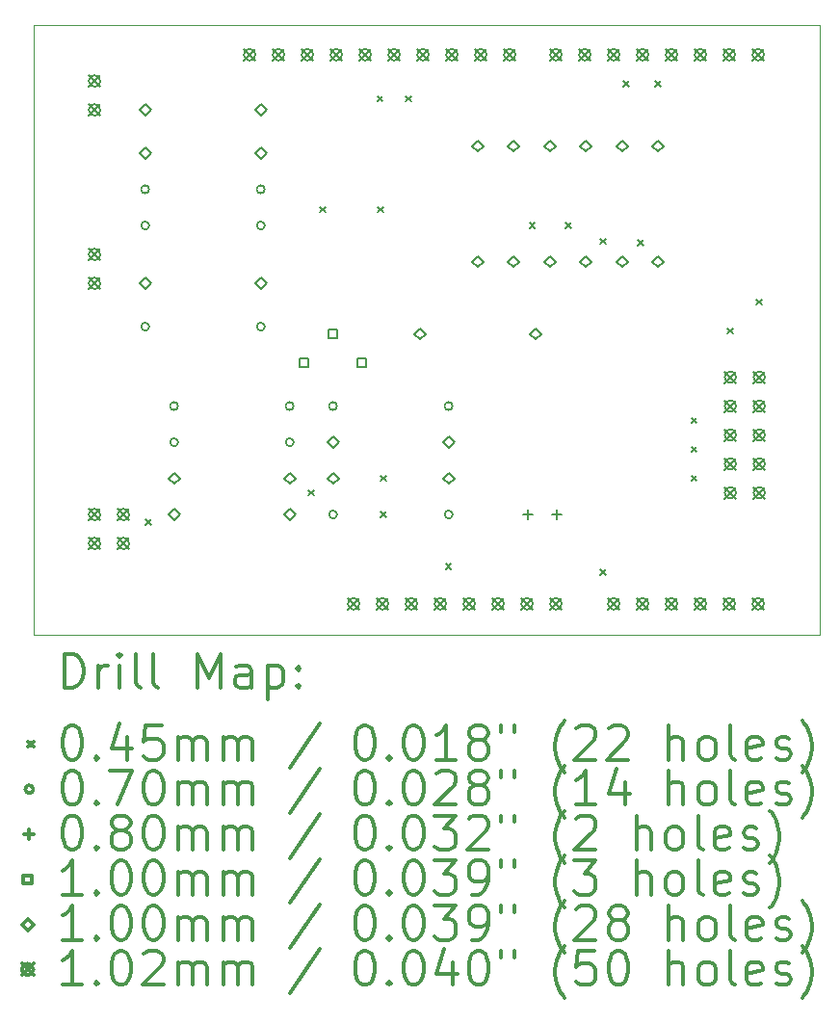
<source format=gbr>
%FSLAX45Y45*%
G04 Gerber Fmt 4.5, Leading zero omitted, Abs format (unit mm)*
G04 Created by KiCad (PCBNEW (after 2015-mar-04 BZR unknown)-product) date Fri 28 Oct 2016 11:36:10 AM CEST*
%MOMM*%
G01*
G04 APERTURE LIST*
%ADD10C,0.127000*%
%ADD11C,0.100000*%
%ADD12C,0.200000*%
%ADD13C,0.300000*%
G04 APERTURE END LIST*
D10*
D11*
X14833600Y-10515600D02*
X14833600Y-5156200D01*
X21742400Y-10515600D02*
X14833600Y-10515600D01*
X21742400Y-5156200D02*
X21742400Y-10515600D01*
X14833600Y-5156200D02*
X21742400Y-5156200D01*
D12*
X15816940Y-9507580D02*
X15861940Y-9552580D01*
X15861940Y-9507580D02*
X15816940Y-9552580D01*
X17249500Y-9248500D02*
X17294500Y-9293500D01*
X17294500Y-9248500D02*
X17249500Y-9293500D01*
X17351100Y-6759300D02*
X17396100Y-6804300D01*
X17396100Y-6759300D02*
X17351100Y-6804300D01*
X17851480Y-5786480D02*
X17896480Y-5831480D01*
X17896480Y-5786480D02*
X17851480Y-5831480D01*
X17859100Y-6759300D02*
X17904100Y-6804300D01*
X17904100Y-6759300D02*
X17859100Y-6804300D01*
X17884500Y-9121500D02*
X17929500Y-9166500D01*
X17929500Y-9121500D02*
X17884500Y-9166500D01*
X17884500Y-9439000D02*
X17929500Y-9484000D01*
X17929500Y-9439000D02*
X17884500Y-9484000D01*
X17884500Y-9439000D02*
X17929500Y-9484000D01*
X17929500Y-9439000D02*
X17884500Y-9484000D01*
X18102940Y-5786480D02*
X18147940Y-5831480D01*
X18147940Y-5786480D02*
X18102940Y-5831480D01*
X18456000Y-9896200D02*
X18501000Y-9941200D01*
X18501000Y-9896200D02*
X18456000Y-9941200D01*
X19192600Y-6899000D02*
X19237600Y-6944000D01*
X19237600Y-6899000D02*
X19192600Y-6944000D01*
X19510100Y-6899000D02*
X19555100Y-6944000D01*
X19555100Y-6899000D02*
X19510100Y-6944000D01*
X19814900Y-7038700D02*
X19859900Y-7083700D01*
X19859900Y-7038700D02*
X19814900Y-7083700D01*
X19814900Y-9947000D02*
X19859900Y-9992000D01*
X19859900Y-9947000D02*
X19814900Y-9992000D01*
X20018100Y-5654400D02*
X20063100Y-5699400D01*
X20063100Y-5654400D02*
X20018100Y-5699400D01*
X20145100Y-7051400D02*
X20190100Y-7096400D01*
X20190100Y-7051400D02*
X20145100Y-7096400D01*
X20297500Y-5654400D02*
X20342500Y-5699400D01*
X20342500Y-5654400D02*
X20297500Y-5699400D01*
X20615000Y-8613500D02*
X20660000Y-8658500D01*
X20660000Y-8613500D02*
X20615000Y-8658500D01*
X20615000Y-8867500D02*
X20660000Y-8912500D01*
X20660000Y-8867500D02*
X20615000Y-8912500D01*
X20615000Y-9121500D02*
X20660000Y-9166500D01*
X20660000Y-9121500D02*
X20615000Y-9166500D01*
X20932500Y-7826100D02*
X20977500Y-7871100D01*
X20977500Y-7826100D02*
X20932500Y-7871100D01*
X21186500Y-7572100D02*
X21231500Y-7617100D01*
X21231500Y-7572100D02*
X21186500Y-7617100D01*
X15846552Y-6604000D02*
G75*
G03X15846552Y-6604000I-35052J0D01*
G01*
X15846552Y-6921500D02*
G75*
G03X15846552Y-6921500I-35052J0D01*
G01*
X15846552Y-7810500D02*
G75*
G03X15846552Y-7810500I-35052J0D01*
G01*
X16100552Y-8509000D02*
G75*
G03X16100552Y-8509000I-35052J0D01*
G01*
X16100552Y-8826500D02*
G75*
G03X16100552Y-8826500I-35052J0D01*
G01*
X16862552Y-6604000D02*
G75*
G03X16862552Y-6604000I-35052J0D01*
G01*
X16862552Y-6921500D02*
G75*
G03X16862552Y-6921500I-35052J0D01*
G01*
X16862552Y-7810500D02*
G75*
G03X16862552Y-7810500I-35052J0D01*
G01*
X17116552Y-8509000D02*
G75*
G03X17116552Y-8509000I-35052J0D01*
G01*
X17116552Y-8826500D02*
G75*
G03X17116552Y-8826500I-35052J0D01*
G01*
X17497552Y-8509000D02*
G75*
G03X17497552Y-8509000I-35052J0D01*
G01*
X17497552Y-9461500D02*
G75*
G03X17497552Y-9461500I-35052J0D01*
G01*
X18513552Y-8509000D02*
G75*
G03X18513552Y-8509000I-35052J0D01*
G01*
X18513552Y-9461500D02*
G75*
G03X18513552Y-9461500I-35052J0D01*
G01*
X19177000Y-9421495D02*
X19177000Y-9501505D01*
X19136995Y-9461500D02*
X19217005Y-9461500D01*
X19431000Y-9421495D02*
X19431000Y-9501505D01*
X19390995Y-9461500D02*
X19471005Y-9461500D01*
X17243856Y-8163356D02*
X17243856Y-8092644D01*
X17173144Y-8092644D01*
X17173144Y-8163356D01*
X17243856Y-8163356D01*
X17497856Y-7909356D02*
X17497856Y-7838644D01*
X17427144Y-7838644D01*
X17427144Y-7909356D01*
X17497856Y-7909356D01*
X17751856Y-8163356D02*
X17751856Y-8092644D01*
X17681144Y-8092644D01*
X17681144Y-8163356D01*
X17751856Y-8163356D01*
X15811500Y-5955538D02*
X15861538Y-5905500D01*
X15811500Y-5855462D01*
X15761462Y-5905500D01*
X15811500Y-5955538D01*
X15811500Y-6336538D02*
X15861538Y-6286500D01*
X15811500Y-6236462D01*
X15761462Y-6286500D01*
X15811500Y-6336538D01*
X15811500Y-7479538D02*
X15861538Y-7429500D01*
X15811500Y-7379462D01*
X15761462Y-7429500D01*
X15811500Y-7479538D01*
X16065500Y-9194038D02*
X16115538Y-9144000D01*
X16065500Y-9093962D01*
X16015462Y-9144000D01*
X16065500Y-9194038D01*
X16065500Y-9511538D02*
X16115538Y-9461500D01*
X16065500Y-9411462D01*
X16015462Y-9461500D01*
X16065500Y-9511538D01*
X16827500Y-5955538D02*
X16877538Y-5905500D01*
X16827500Y-5855462D01*
X16777462Y-5905500D01*
X16827500Y-5955538D01*
X16827500Y-6336538D02*
X16877538Y-6286500D01*
X16827500Y-6236462D01*
X16777462Y-6286500D01*
X16827500Y-6336538D01*
X16827500Y-7479538D02*
X16877538Y-7429500D01*
X16827500Y-7379462D01*
X16777462Y-7429500D01*
X16827500Y-7479538D01*
X17081500Y-9194038D02*
X17131538Y-9144000D01*
X17081500Y-9093962D01*
X17031462Y-9144000D01*
X17081500Y-9194038D01*
X17081500Y-9511538D02*
X17131538Y-9461500D01*
X17081500Y-9411462D01*
X17031462Y-9461500D01*
X17081500Y-9511538D01*
X17462500Y-8876538D02*
X17512538Y-8826500D01*
X17462500Y-8776462D01*
X17412462Y-8826500D01*
X17462500Y-8876538D01*
X17462500Y-9194038D02*
X17512538Y-9144000D01*
X17462500Y-9093962D01*
X17412462Y-9144000D01*
X17462500Y-9194038D01*
X18224500Y-7924038D02*
X18274538Y-7874000D01*
X18224500Y-7823962D01*
X18174462Y-7874000D01*
X18224500Y-7924038D01*
X18478500Y-8876538D02*
X18528538Y-8826500D01*
X18478500Y-8776462D01*
X18428462Y-8826500D01*
X18478500Y-8876538D01*
X18478500Y-9194038D02*
X18528538Y-9144000D01*
X18478500Y-9093962D01*
X18428462Y-9144000D01*
X18478500Y-9194038D01*
X18732500Y-6273038D02*
X18782538Y-6223000D01*
X18732500Y-6172962D01*
X18682462Y-6223000D01*
X18732500Y-6273038D01*
X18732500Y-7289038D02*
X18782538Y-7239000D01*
X18732500Y-7188962D01*
X18682462Y-7239000D01*
X18732500Y-7289038D01*
X19050000Y-6273038D02*
X19100038Y-6223000D01*
X19050000Y-6172962D01*
X18999962Y-6223000D01*
X19050000Y-6273038D01*
X19050000Y-7289038D02*
X19100038Y-7239000D01*
X19050000Y-7188962D01*
X18999962Y-7239000D01*
X19050000Y-7289038D01*
X19240500Y-7924038D02*
X19290538Y-7874000D01*
X19240500Y-7823962D01*
X19190462Y-7874000D01*
X19240500Y-7924038D01*
X19367500Y-6273038D02*
X19417538Y-6223000D01*
X19367500Y-6172962D01*
X19317462Y-6223000D01*
X19367500Y-6273038D01*
X19367500Y-7289038D02*
X19417538Y-7239000D01*
X19367500Y-7188962D01*
X19317462Y-7239000D01*
X19367500Y-7289038D01*
X19685000Y-6273038D02*
X19735038Y-6223000D01*
X19685000Y-6172962D01*
X19634962Y-6223000D01*
X19685000Y-6273038D01*
X19685000Y-7289038D02*
X19735038Y-7239000D01*
X19685000Y-7188962D01*
X19634962Y-7239000D01*
X19685000Y-7289038D01*
X20002500Y-6273038D02*
X20052538Y-6223000D01*
X20002500Y-6172962D01*
X19952462Y-6223000D01*
X20002500Y-6273038D01*
X20002500Y-7289038D02*
X20052538Y-7239000D01*
X20002500Y-7188962D01*
X19952462Y-7239000D01*
X20002500Y-7289038D01*
X20320000Y-6273038D02*
X20370038Y-6223000D01*
X20320000Y-6172962D01*
X20269962Y-6223000D01*
X20320000Y-6273038D01*
X20320000Y-7289038D02*
X20370038Y-7239000D01*
X20320000Y-7188962D01*
X20269962Y-7239000D01*
X20320000Y-7289038D01*
X15316200Y-5600700D02*
X15417800Y-5702300D01*
X15417800Y-5600700D02*
X15316200Y-5702300D01*
X15417800Y-5651500D02*
G75*
G03X15417800Y-5651500I-50800J0D01*
G01*
X15316200Y-5854700D02*
X15417800Y-5956300D01*
X15417800Y-5854700D02*
X15316200Y-5956300D01*
X15417800Y-5905500D02*
G75*
G03X15417800Y-5905500I-50800J0D01*
G01*
X15316200Y-7124700D02*
X15417800Y-7226300D01*
X15417800Y-7124700D02*
X15316200Y-7226300D01*
X15417800Y-7175500D02*
G75*
G03X15417800Y-7175500I-50800J0D01*
G01*
X15316200Y-7378700D02*
X15417800Y-7480300D01*
X15417800Y-7378700D02*
X15316200Y-7480300D01*
X15417800Y-7429500D02*
G75*
G03X15417800Y-7429500I-50800J0D01*
G01*
X15316200Y-9410700D02*
X15417800Y-9512300D01*
X15417800Y-9410700D02*
X15316200Y-9512300D01*
X15417800Y-9461500D02*
G75*
G03X15417800Y-9461500I-50800J0D01*
G01*
X15316200Y-9664700D02*
X15417800Y-9766300D01*
X15417800Y-9664700D02*
X15316200Y-9766300D01*
X15417800Y-9715500D02*
G75*
G03X15417800Y-9715500I-50800J0D01*
G01*
X15570200Y-9410700D02*
X15671800Y-9512300D01*
X15671800Y-9410700D02*
X15570200Y-9512300D01*
X15671800Y-9461500D02*
G75*
G03X15671800Y-9461500I-50800J0D01*
G01*
X15570200Y-9664700D02*
X15671800Y-9766300D01*
X15671800Y-9664700D02*
X15570200Y-9766300D01*
X15671800Y-9715500D02*
G75*
G03X15671800Y-9715500I-50800J0D01*
G01*
X16678910Y-5369560D02*
X16780510Y-5471160D01*
X16780510Y-5369560D02*
X16678910Y-5471160D01*
X16780510Y-5420360D02*
G75*
G03X16780510Y-5420360I-50800J0D01*
G01*
X16932910Y-5369560D02*
X17034510Y-5471160D01*
X17034510Y-5369560D02*
X16932910Y-5471160D01*
X17034510Y-5420360D02*
G75*
G03X17034510Y-5420360I-50800J0D01*
G01*
X17186910Y-5369560D02*
X17288510Y-5471160D01*
X17288510Y-5369560D02*
X17186910Y-5471160D01*
X17288510Y-5420360D02*
G75*
G03X17288510Y-5420360I-50800J0D01*
G01*
X17440910Y-5369560D02*
X17542510Y-5471160D01*
X17542510Y-5369560D02*
X17440910Y-5471160D01*
X17542510Y-5420360D02*
G75*
G03X17542510Y-5420360I-50800J0D01*
G01*
X17593310Y-10195560D02*
X17694910Y-10297160D01*
X17694910Y-10195560D02*
X17593310Y-10297160D01*
X17694910Y-10246360D02*
G75*
G03X17694910Y-10246360I-50800J0D01*
G01*
X17694910Y-5369560D02*
X17796510Y-5471160D01*
X17796510Y-5369560D02*
X17694910Y-5471160D01*
X17796510Y-5420360D02*
G75*
G03X17796510Y-5420360I-50800J0D01*
G01*
X17847310Y-10195560D02*
X17948910Y-10297160D01*
X17948910Y-10195560D02*
X17847310Y-10297160D01*
X17948910Y-10246360D02*
G75*
G03X17948910Y-10246360I-50800J0D01*
G01*
X17948910Y-5369560D02*
X18050510Y-5471160D01*
X18050510Y-5369560D02*
X17948910Y-5471160D01*
X18050510Y-5420360D02*
G75*
G03X18050510Y-5420360I-50800J0D01*
G01*
X18101310Y-10195560D02*
X18202910Y-10297160D01*
X18202910Y-10195560D02*
X18101310Y-10297160D01*
X18202910Y-10246360D02*
G75*
G03X18202910Y-10246360I-50800J0D01*
G01*
X18202910Y-5369560D02*
X18304510Y-5471160D01*
X18304510Y-5369560D02*
X18202910Y-5471160D01*
X18304510Y-5420360D02*
G75*
G03X18304510Y-5420360I-50800J0D01*
G01*
X18355310Y-10195560D02*
X18456910Y-10297160D01*
X18456910Y-10195560D02*
X18355310Y-10297160D01*
X18456910Y-10246360D02*
G75*
G03X18456910Y-10246360I-50800J0D01*
G01*
X18456910Y-5369560D02*
X18558510Y-5471160D01*
X18558510Y-5369560D02*
X18456910Y-5471160D01*
X18558510Y-5420360D02*
G75*
G03X18558510Y-5420360I-50800J0D01*
G01*
X18609310Y-10195560D02*
X18710910Y-10297160D01*
X18710910Y-10195560D02*
X18609310Y-10297160D01*
X18710910Y-10246360D02*
G75*
G03X18710910Y-10246360I-50800J0D01*
G01*
X18710910Y-5369560D02*
X18812510Y-5471160D01*
X18812510Y-5369560D02*
X18710910Y-5471160D01*
X18812510Y-5420360D02*
G75*
G03X18812510Y-5420360I-50800J0D01*
G01*
X18863310Y-10195560D02*
X18964910Y-10297160D01*
X18964910Y-10195560D02*
X18863310Y-10297160D01*
X18964910Y-10246360D02*
G75*
G03X18964910Y-10246360I-50800J0D01*
G01*
X18964910Y-5369560D02*
X19066510Y-5471160D01*
X19066510Y-5369560D02*
X18964910Y-5471160D01*
X19066510Y-5420360D02*
G75*
G03X19066510Y-5420360I-50800J0D01*
G01*
X19117310Y-10195560D02*
X19218910Y-10297160D01*
X19218910Y-10195560D02*
X19117310Y-10297160D01*
X19218910Y-10246360D02*
G75*
G03X19218910Y-10246360I-50800J0D01*
G01*
X19371310Y-5369560D02*
X19472910Y-5471160D01*
X19472910Y-5369560D02*
X19371310Y-5471160D01*
X19472910Y-5420360D02*
G75*
G03X19472910Y-5420360I-50800J0D01*
G01*
X19371310Y-10195560D02*
X19472910Y-10297160D01*
X19472910Y-10195560D02*
X19371310Y-10297160D01*
X19472910Y-10246360D02*
G75*
G03X19472910Y-10246360I-50800J0D01*
G01*
X19625310Y-5369560D02*
X19726910Y-5471160D01*
X19726910Y-5369560D02*
X19625310Y-5471160D01*
X19726910Y-5420360D02*
G75*
G03X19726910Y-5420360I-50800J0D01*
G01*
X19879310Y-5369560D02*
X19980910Y-5471160D01*
X19980910Y-5369560D02*
X19879310Y-5471160D01*
X19980910Y-5420360D02*
G75*
G03X19980910Y-5420360I-50800J0D01*
G01*
X19879310Y-10195560D02*
X19980910Y-10297160D01*
X19980910Y-10195560D02*
X19879310Y-10297160D01*
X19980910Y-10246360D02*
G75*
G03X19980910Y-10246360I-50800J0D01*
G01*
X20133310Y-5369560D02*
X20234910Y-5471160D01*
X20234910Y-5369560D02*
X20133310Y-5471160D01*
X20234910Y-5420360D02*
G75*
G03X20234910Y-5420360I-50800J0D01*
G01*
X20133310Y-10195560D02*
X20234910Y-10297160D01*
X20234910Y-10195560D02*
X20133310Y-10297160D01*
X20234910Y-10246360D02*
G75*
G03X20234910Y-10246360I-50800J0D01*
G01*
X20387310Y-5369560D02*
X20488910Y-5471160D01*
X20488910Y-5369560D02*
X20387310Y-5471160D01*
X20488910Y-5420360D02*
G75*
G03X20488910Y-5420360I-50800J0D01*
G01*
X20387310Y-10195560D02*
X20488910Y-10297160D01*
X20488910Y-10195560D02*
X20387310Y-10297160D01*
X20488910Y-10246360D02*
G75*
G03X20488910Y-10246360I-50800J0D01*
G01*
X20641310Y-5369560D02*
X20742910Y-5471160D01*
X20742910Y-5369560D02*
X20641310Y-5471160D01*
X20742910Y-5420360D02*
G75*
G03X20742910Y-5420360I-50800J0D01*
G01*
X20641310Y-10195560D02*
X20742910Y-10297160D01*
X20742910Y-10195560D02*
X20641310Y-10297160D01*
X20742910Y-10246360D02*
G75*
G03X20742910Y-10246360I-50800J0D01*
G01*
X20895310Y-5369560D02*
X20996910Y-5471160D01*
X20996910Y-5369560D02*
X20895310Y-5471160D01*
X20996910Y-5420360D02*
G75*
G03X20996910Y-5420360I-50800J0D01*
G01*
X20895310Y-10195560D02*
X20996910Y-10297160D01*
X20996910Y-10195560D02*
X20895310Y-10297160D01*
X20996910Y-10246360D02*
G75*
G03X20996910Y-10246360I-50800J0D01*
G01*
X20904200Y-8204200D02*
X21005800Y-8305800D01*
X21005800Y-8204200D02*
X20904200Y-8305800D01*
X21005800Y-8255000D02*
G75*
G03X21005800Y-8255000I-50800J0D01*
G01*
X20904200Y-8458200D02*
X21005800Y-8559800D01*
X21005800Y-8458200D02*
X20904200Y-8559800D01*
X21005800Y-8509000D02*
G75*
G03X21005800Y-8509000I-50800J0D01*
G01*
X20904200Y-8712200D02*
X21005800Y-8813800D01*
X21005800Y-8712200D02*
X20904200Y-8813800D01*
X21005800Y-8763000D02*
G75*
G03X21005800Y-8763000I-50800J0D01*
G01*
X20904200Y-8966200D02*
X21005800Y-9067800D01*
X21005800Y-8966200D02*
X20904200Y-9067800D01*
X21005800Y-9017000D02*
G75*
G03X21005800Y-9017000I-50800J0D01*
G01*
X20904200Y-9220200D02*
X21005800Y-9321800D01*
X21005800Y-9220200D02*
X20904200Y-9321800D01*
X21005800Y-9271000D02*
G75*
G03X21005800Y-9271000I-50800J0D01*
G01*
X21149310Y-5369560D02*
X21250910Y-5471160D01*
X21250910Y-5369560D02*
X21149310Y-5471160D01*
X21250910Y-5420360D02*
G75*
G03X21250910Y-5420360I-50800J0D01*
G01*
X21149310Y-10195560D02*
X21250910Y-10297160D01*
X21250910Y-10195560D02*
X21149310Y-10297160D01*
X21250910Y-10246360D02*
G75*
G03X21250910Y-10246360I-50800J0D01*
G01*
X21158200Y-8204200D02*
X21259800Y-8305800D01*
X21259800Y-8204200D02*
X21158200Y-8305800D01*
X21259800Y-8255000D02*
G75*
G03X21259800Y-8255000I-50800J0D01*
G01*
X21158200Y-8458200D02*
X21259800Y-8559800D01*
X21259800Y-8458200D02*
X21158200Y-8559800D01*
X21259800Y-8509000D02*
G75*
G03X21259800Y-8509000I-50800J0D01*
G01*
X21158200Y-8712200D02*
X21259800Y-8813800D01*
X21259800Y-8712200D02*
X21158200Y-8813800D01*
X21259800Y-8763000D02*
G75*
G03X21259800Y-8763000I-50800J0D01*
G01*
X21158200Y-8966200D02*
X21259800Y-9067800D01*
X21259800Y-8966200D02*
X21158200Y-9067800D01*
X21259800Y-9017000D02*
G75*
G03X21259800Y-9017000I-50800J0D01*
G01*
X21158200Y-9220200D02*
X21259800Y-9321800D01*
X21259800Y-9220200D02*
X21158200Y-9321800D01*
X21259800Y-9271000D02*
G75*
G03X21259800Y-9271000I-50800J0D01*
G01*
D13*
X15100028Y-10986314D02*
X15100028Y-10686314D01*
X15171457Y-10686314D01*
X15214314Y-10700600D01*
X15242886Y-10729172D01*
X15257171Y-10757743D01*
X15271457Y-10814886D01*
X15271457Y-10857743D01*
X15257171Y-10914886D01*
X15242886Y-10943457D01*
X15214314Y-10972029D01*
X15171457Y-10986314D01*
X15100028Y-10986314D01*
X15400028Y-10986314D02*
X15400028Y-10786314D01*
X15400028Y-10843457D02*
X15414314Y-10814886D01*
X15428600Y-10800600D01*
X15457171Y-10786314D01*
X15485743Y-10786314D01*
X15585743Y-10986314D02*
X15585743Y-10786314D01*
X15585743Y-10686314D02*
X15571457Y-10700600D01*
X15585743Y-10714886D01*
X15600028Y-10700600D01*
X15585743Y-10686314D01*
X15585743Y-10714886D01*
X15771457Y-10986314D02*
X15742886Y-10972029D01*
X15728600Y-10943457D01*
X15728600Y-10686314D01*
X15928600Y-10986314D02*
X15900028Y-10972029D01*
X15885743Y-10943457D01*
X15885743Y-10686314D01*
X16271457Y-10986314D02*
X16271457Y-10686314D01*
X16371457Y-10900600D01*
X16471457Y-10686314D01*
X16471457Y-10986314D01*
X16742886Y-10986314D02*
X16742886Y-10829172D01*
X16728600Y-10800600D01*
X16700028Y-10786314D01*
X16642886Y-10786314D01*
X16614314Y-10800600D01*
X16742886Y-10972029D02*
X16714314Y-10986314D01*
X16642886Y-10986314D01*
X16614314Y-10972029D01*
X16600028Y-10943457D01*
X16600028Y-10914886D01*
X16614314Y-10886314D01*
X16642886Y-10872029D01*
X16714314Y-10872029D01*
X16742886Y-10857743D01*
X16885743Y-10786314D02*
X16885743Y-11086314D01*
X16885743Y-10800600D02*
X16914314Y-10786314D01*
X16971457Y-10786314D01*
X17000029Y-10800600D01*
X17014314Y-10814886D01*
X17028600Y-10843457D01*
X17028600Y-10929172D01*
X17014314Y-10957743D01*
X17000029Y-10972029D01*
X16971457Y-10986314D01*
X16914314Y-10986314D01*
X16885743Y-10972029D01*
X17157171Y-10957743D02*
X17171457Y-10972029D01*
X17157171Y-10986314D01*
X17142886Y-10972029D01*
X17157171Y-10957743D01*
X17157171Y-10986314D01*
X17157171Y-10800600D02*
X17171457Y-10814886D01*
X17157171Y-10829172D01*
X17142886Y-10814886D01*
X17157171Y-10800600D01*
X17157171Y-10829172D01*
X14783600Y-11458100D02*
X14828600Y-11503100D01*
X14828600Y-11458100D02*
X14783600Y-11503100D01*
X15157171Y-11316314D02*
X15185743Y-11316314D01*
X15214314Y-11330600D01*
X15228600Y-11344886D01*
X15242886Y-11373457D01*
X15257171Y-11430600D01*
X15257171Y-11502029D01*
X15242886Y-11559171D01*
X15228600Y-11587743D01*
X15214314Y-11602029D01*
X15185743Y-11616314D01*
X15157171Y-11616314D01*
X15128600Y-11602029D01*
X15114314Y-11587743D01*
X15100028Y-11559171D01*
X15085743Y-11502029D01*
X15085743Y-11430600D01*
X15100028Y-11373457D01*
X15114314Y-11344886D01*
X15128600Y-11330600D01*
X15157171Y-11316314D01*
X15385743Y-11587743D02*
X15400028Y-11602029D01*
X15385743Y-11616314D01*
X15371457Y-11602029D01*
X15385743Y-11587743D01*
X15385743Y-11616314D01*
X15657171Y-11416314D02*
X15657171Y-11616314D01*
X15585743Y-11302029D02*
X15514314Y-11516314D01*
X15700028Y-11516314D01*
X15957171Y-11316314D02*
X15814314Y-11316314D01*
X15800028Y-11459171D01*
X15814314Y-11444886D01*
X15842886Y-11430600D01*
X15914314Y-11430600D01*
X15942886Y-11444886D01*
X15957171Y-11459171D01*
X15971457Y-11487743D01*
X15971457Y-11559171D01*
X15957171Y-11587743D01*
X15942886Y-11602029D01*
X15914314Y-11616314D01*
X15842886Y-11616314D01*
X15814314Y-11602029D01*
X15800028Y-11587743D01*
X16100028Y-11616314D02*
X16100028Y-11416314D01*
X16100028Y-11444886D02*
X16114314Y-11430600D01*
X16142886Y-11416314D01*
X16185743Y-11416314D01*
X16214314Y-11430600D01*
X16228600Y-11459171D01*
X16228600Y-11616314D01*
X16228600Y-11459171D02*
X16242886Y-11430600D01*
X16271457Y-11416314D01*
X16314314Y-11416314D01*
X16342886Y-11430600D01*
X16357171Y-11459171D01*
X16357171Y-11616314D01*
X16500028Y-11616314D02*
X16500028Y-11416314D01*
X16500028Y-11444886D02*
X16514314Y-11430600D01*
X16542886Y-11416314D01*
X16585743Y-11416314D01*
X16614314Y-11430600D01*
X16628600Y-11459171D01*
X16628600Y-11616314D01*
X16628600Y-11459171D02*
X16642886Y-11430600D01*
X16671457Y-11416314D01*
X16714314Y-11416314D01*
X16742886Y-11430600D01*
X16757171Y-11459171D01*
X16757171Y-11616314D01*
X17342886Y-11302029D02*
X17085743Y-11687743D01*
X17728600Y-11316314D02*
X17757171Y-11316314D01*
X17785743Y-11330600D01*
X17800028Y-11344886D01*
X17814314Y-11373457D01*
X17828600Y-11430600D01*
X17828600Y-11502029D01*
X17814314Y-11559171D01*
X17800028Y-11587743D01*
X17785743Y-11602029D01*
X17757171Y-11616314D01*
X17728600Y-11616314D01*
X17700028Y-11602029D01*
X17685743Y-11587743D01*
X17671457Y-11559171D01*
X17657171Y-11502029D01*
X17657171Y-11430600D01*
X17671457Y-11373457D01*
X17685743Y-11344886D01*
X17700028Y-11330600D01*
X17728600Y-11316314D01*
X17957171Y-11587743D02*
X17971457Y-11602029D01*
X17957171Y-11616314D01*
X17942886Y-11602029D01*
X17957171Y-11587743D01*
X17957171Y-11616314D01*
X18157171Y-11316314D02*
X18185743Y-11316314D01*
X18214314Y-11330600D01*
X18228600Y-11344886D01*
X18242886Y-11373457D01*
X18257171Y-11430600D01*
X18257171Y-11502029D01*
X18242886Y-11559171D01*
X18228600Y-11587743D01*
X18214314Y-11602029D01*
X18185743Y-11616314D01*
X18157171Y-11616314D01*
X18128600Y-11602029D01*
X18114314Y-11587743D01*
X18100028Y-11559171D01*
X18085743Y-11502029D01*
X18085743Y-11430600D01*
X18100028Y-11373457D01*
X18114314Y-11344886D01*
X18128600Y-11330600D01*
X18157171Y-11316314D01*
X18542886Y-11616314D02*
X18371457Y-11616314D01*
X18457171Y-11616314D02*
X18457171Y-11316314D01*
X18428600Y-11359171D01*
X18400028Y-11387743D01*
X18371457Y-11402029D01*
X18714314Y-11444886D02*
X18685743Y-11430600D01*
X18671457Y-11416314D01*
X18657171Y-11387743D01*
X18657171Y-11373457D01*
X18671457Y-11344886D01*
X18685743Y-11330600D01*
X18714314Y-11316314D01*
X18771457Y-11316314D01*
X18800028Y-11330600D01*
X18814314Y-11344886D01*
X18828600Y-11373457D01*
X18828600Y-11387743D01*
X18814314Y-11416314D01*
X18800028Y-11430600D01*
X18771457Y-11444886D01*
X18714314Y-11444886D01*
X18685743Y-11459171D01*
X18671457Y-11473457D01*
X18657171Y-11502029D01*
X18657171Y-11559171D01*
X18671457Y-11587743D01*
X18685743Y-11602029D01*
X18714314Y-11616314D01*
X18771457Y-11616314D01*
X18800028Y-11602029D01*
X18814314Y-11587743D01*
X18828600Y-11559171D01*
X18828600Y-11502029D01*
X18814314Y-11473457D01*
X18800028Y-11459171D01*
X18771457Y-11444886D01*
X18942886Y-11316314D02*
X18942886Y-11373457D01*
X19057171Y-11316314D02*
X19057171Y-11373457D01*
X19500028Y-11730600D02*
X19485743Y-11716314D01*
X19457171Y-11673457D01*
X19442886Y-11644886D01*
X19428600Y-11602029D01*
X19414314Y-11530600D01*
X19414314Y-11473457D01*
X19428600Y-11402029D01*
X19442886Y-11359171D01*
X19457171Y-11330600D01*
X19485743Y-11287743D01*
X19500028Y-11273457D01*
X19600028Y-11344886D02*
X19614314Y-11330600D01*
X19642886Y-11316314D01*
X19714314Y-11316314D01*
X19742886Y-11330600D01*
X19757171Y-11344886D01*
X19771457Y-11373457D01*
X19771457Y-11402029D01*
X19757171Y-11444886D01*
X19585743Y-11616314D01*
X19771457Y-11616314D01*
X19885743Y-11344886D02*
X19900028Y-11330600D01*
X19928600Y-11316314D01*
X20000028Y-11316314D01*
X20028600Y-11330600D01*
X20042886Y-11344886D01*
X20057171Y-11373457D01*
X20057171Y-11402029D01*
X20042886Y-11444886D01*
X19871457Y-11616314D01*
X20057171Y-11616314D01*
X20414314Y-11616314D02*
X20414314Y-11316314D01*
X20542886Y-11616314D02*
X20542886Y-11459171D01*
X20528600Y-11430600D01*
X20500028Y-11416314D01*
X20457171Y-11416314D01*
X20428600Y-11430600D01*
X20414314Y-11444886D01*
X20728600Y-11616314D02*
X20700028Y-11602029D01*
X20685743Y-11587743D01*
X20671457Y-11559171D01*
X20671457Y-11473457D01*
X20685743Y-11444886D01*
X20700028Y-11430600D01*
X20728600Y-11416314D01*
X20771457Y-11416314D01*
X20800028Y-11430600D01*
X20814314Y-11444886D01*
X20828600Y-11473457D01*
X20828600Y-11559171D01*
X20814314Y-11587743D01*
X20800028Y-11602029D01*
X20771457Y-11616314D01*
X20728600Y-11616314D01*
X21000028Y-11616314D02*
X20971457Y-11602029D01*
X20957171Y-11573457D01*
X20957171Y-11316314D01*
X21228600Y-11602029D02*
X21200029Y-11616314D01*
X21142886Y-11616314D01*
X21114314Y-11602029D01*
X21100029Y-11573457D01*
X21100029Y-11459171D01*
X21114314Y-11430600D01*
X21142886Y-11416314D01*
X21200029Y-11416314D01*
X21228600Y-11430600D01*
X21242886Y-11459171D01*
X21242886Y-11487743D01*
X21100029Y-11516314D01*
X21357171Y-11602029D02*
X21385743Y-11616314D01*
X21442886Y-11616314D01*
X21471457Y-11602029D01*
X21485743Y-11573457D01*
X21485743Y-11559171D01*
X21471457Y-11530600D01*
X21442886Y-11516314D01*
X21400029Y-11516314D01*
X21371457Y-11502029D01*
X21357171Y-11473457D01*
X21357171Y-11459171D01*
X21371457Y-11430600D01*
X21400029Y-11416314D01*
X21442886Y-11416314D01*
X21471457Y-11430600D01*
X21585743Y-11730600D02*
X21600029Y-11716314D01*
X21628600Y-11673457D01*
X21642886Y-11644886D01*
X21657171Y-11602029D01*
X21671457Y-11530600D01*
X21671457Y-11473457D01*
X21657171Y-11402029D01*
X21642886Y-11359171D01*
X21628600Y-11330600D01*
X21600029Y-11287743D01*
X21585743Y-11273457D01*
X14828600Y-11876600D02*
G75*
G03X14828600Y-11876600I-35052J0D01*
G01*
X15157171Y-11712314D02*
X15185743Y-11712314D01*
X15214314Y-11726600D01*
X15228600Y-11740886D01*
X15242886Y-11769457D01*
X15257171Y-11826600D01*
X15257171Y-11898029D01*
X15242886Y-11955171D01*
X15228600Y-11983743D01*
X15214314Y-11998029D01*
X15185743Y-12012314D01*
X15157171Y-12012314D01*
X15128600Y-11998029D01*
X15114314Y-11983743D01*
X15100028Y-11955171D01*
X15085743Y-11898029D01*
X15085743Y-11826600D01*
X15100028Y-11769457D01*
X15114314Y-11740886D01*
X15128600Y-11726600D01*
X15157171Y-11712314D01*
X15385743Y-11983743D02*
X15400028Y-11998029D01*
X15385743Y-12012314D01*
X15371457Y-11998029D01*
X15385743Y-11983743D01*
X15385743Y-12012314D01*
X15500028Y-11712314D02*
X15700028Y-11712314D01*
X15571457Y-12012314D01*
X15871457Y-11712314D02*
X15900028Y-11712314D01*
X15928600Y-11726600D01*
X15942886Y-11740886D01*
X15957171Y-11769457D01*
X15971457Y-11826600D01*
X15971457Y-11898029D01*
X15957171Y-11955171D01*
X15942886Y-11983743D01*
X15928600Y-11998029D01*
X15900028Y-12012314D01*
X15871457Y-12012314D01*
X15842886Y-11998029D01*
X15828600Y-11983743D01*
X15814314Y-11955171D01*
X15800028Y-11898029D01*
X15800028Y-11826600D01*
X15814314Y-11769457D01*
X15828600Y-11740886D01*
X15842886Y-11726600D01*
X15871457Y-11712314D01*
X16100028Y-12012314D02*
X16100028Y-11812314D01*
X16100028Y-11840886D02*
X16114314Y-11826600D01*
X16142886Y-11812314D01*
X16185743Y-11812314D01*
X16214314Y-11826600D01*
X16228600Y-11855171D01*
X16228600Y-12012314D01*
X16228600Y-11855171D02*
X16242886Y-11826600D01*
X16271457Y-11812314D01*
X16314314Y-11812314D01*
X16342886Y-11826600D01*
X16357171Y-11855171D01*
X16357171Y-12012314D01*
X16500028Y-12012314D02*
X16500028Y-11812314D01*
X16500028Y-11840886D02*
X16514314Y-11826600D01*
X16542886Y-11812314D01*
X16585743Y-11812314D01*
X16614314Y-11826600D01*
X16628600Y-11855171D01*
X16628600Y-12012314D01*
X16628600Y-11855171D02*
X16642886Y-11826600D01*
X16671457Y-11812314D01*
X16714314Y-11812314D01*
X16742886Y-11826600D01*
X16757171Y-11855171D01*
X16757171Y-12012314D01*
X17342886Y-11698029D02*
X17085743Y-12083743D01*
X17728600Y-11712314D02*
X17757171Y-11712314D01*
X17785743Y-11726600D01*
X17800028Y-11740886D01*
X17814314Y-11769457D01*
X17828600Y-11826600D01*
X17828600Y-11898029D01*
X17814314Y-11955171D01*
X17800028Y-11983743D01*
X17785743Y-11998029D01*
X17757171Y-12012314D01*
X17728600Y-12012314D01*
X17700028Y-11998029D01*
X17685743Y-11983743D01*
X17671457Y-11955171D01*
X17657171Y-11898029D01*
X17657171Y-11826600D01*
X17671457Y-11769457D01*
X17685743Y-11740886D01*
X17700028Y-11726600D01*
X17728600Y-11712314D01*
X17957171Y-11983743D02*
X17971457Y-11998029D01*
X17957171Y-12012314D01*
X17942886Y-11998029D01*
X17957171Y-11983743D01*
X17957171Y-12012314D01*
X18157171Y-11712314D02*
X18185743Y-11712314D01*
X18214314Y-11726600D01*
X18228600Y-11740886D01*
X18242886Y-11769457D01*
X18257171Y-11826600D01*
X18257171Y-11898029D01*
X18242886Y-11955171D01*
X18228600Y-11983743D01*
X18214314Y-11998029D01*
X18185743Y-12012314D01*
X18157171Y-12012314D01*
X18128600Y-11998029D01*
X18114314Y-11983743D01*
X18100028Y-11955171D01*
X18085743Y-11898029D01*
X18085743Y-11826600D01*
X18100028Y-11769457D01*
X18114314Y-11740886D01*
X18128600Y-11726600D01*
X18157171Y-11712314D01*
X18371457Y-11740886D02*
X18385743Y-11726600D01*
X18414314Y-11712314D01*
X18485743Y-11712314D01*
X18514314Y-11726600D01*
X18528600Y-11740886D01*
X18542886Y-11769457D01*
X18542886Y-11798029D01*
X18528600Y-11840886D01*
X18357171Y-12012314D01*
X18542886Y-12012314D01*
X18714314Y-11840886D02*
X18685743Y-11826600D01*
X18671457Y-11812314D01*
X18657171Y-11783743D01*
X18657171Y-11769457D01*
X18671457Y-11740886D01*
X18685743Y-11726600D01*
X18714314Y-11712314D01*
X18771457Y-11712314D01*
X18800028Y-11726600D01*
X18814314Y-11740886D01*
X18828600Y-11769457D01*
X18828600Y-11783743D01*
X18814314Y-11812314D01*
X18800028Y-11826600D01*
X18771457Y-11840886D01*
X18714314Y-11840886D01*
X18685743Y-11855171D01*
X18671457Y-11869457D01*
X18657171Y-11898029D01*
X18657171Y-11955171D01*
X18671457Y-11983743D01*
X18685743Y-11998029D01*
X18714314Y-12012314D01*
X18771457Y-12012314D01*
X18800028Y-11998029D01*
X18814314Y-11983743D01*
X18828600Y-11955171D01*
X18828600Y-11898029D01*
X18814314Y-11869457D01*
X18800028Y-11855171D01*
X18771457Y-11840886D01*
X18942886Y-11712314D02*
X18942886Y-11769457D01*
X19057171Y-11712314D02*
X19057171Y-11769457D01*
X19500028Y-12126600D02*
X19485743Y-12112314D01*
X19457171Y-12069457D01*
X19442886Y-12040886D01*
X19428600Y-11998029D01*
X19414314Y-11926600D01*
X19414314Y-11869457D01*
X19428600Y-11798029D01*
X19442886Y-11755171D01*
X19457171Y-11726600D01*
X19485743Y-11683743D01*
X19500028Y-11669457D01*
X19771457Y-12012314D02*
X19600028Y-12012314D01*
X19685743Y-12012314D02*
X19685743Y-11712314D01*
X19657171Y-11755171D01*
X19628600Y-11783743D01*
X19600028Y-11798029D01*
X20028600Y-11812314D02*
X20028600Y-12012314D01*
X19957171Y-11698029D02*
X19885743Y-11912314D01*
X20071457Y-11912314D01*
X20414314Y-12012314D02*
X20414314Y-11712314D01*
X20542886Y-12012314D02*
X20542886Y-11855171D01*
X20528600Y-11826600D01*
X20500028Y-11812314D01*
X20457171Y-11812314D01*
X20428600Y-11826600D01*
X20414314Y-11840886D01*
X20728600Y-12012314D02*
X20700028Y-11998029D01*
X20685743Y-11983743D01*
X20671457Y-11955171D01*
X20671457Y-11869457D01*
X20685743Y-11840886D01*
X20700028Y-11826600D01*
X20728600Y-11812314D01*
X20771457Y-11812314D01*
X20800028Y-11826600D01*
X20814314Y-11840886D01*
X20828600Y-11869457D01*
X20828600Y-11955171D01*
X20814314Y-11983743D01*
X20800028Y-11998029D01*
X20771457Y-12012314D01*
X20728600Y-12012314D01*
X21000028Y-12012314D02*
X20971457Y-11998029D01*
X20957171Y-11969457D01*
X20957171Y-11712314D01*
X21228600Y-11998029D02*
X21200029Y-12012314D01*
X21142886Y-12012314D01*
X21114314Y-11998029D01*
X21100029Y-11969457D01*
X21100029Y-11855171D01*
X21114314Y-11826600D01*
X21142886Y-11812314D01*
X21200029Y-11812314D01*
X21228600Y-11826600D01*
X21242886Y-11855171D01*
X21242886Y-11883743D01*
X21100029Y-11912314D01*
X21357171Y-11998029D02*
X21385743Y-12012314D01*
X21442886Y-12012314D01*
X21471457Y-11998029D01*
X21485743Y-11969457D01*
X21485743Y-11955171D01*
X21471457Y-11926600D01*
X21442886Y-11912314D01*
X21400029Y-11912314D01*
X21371457Y-11898029D01*
X21357171Y-11869457D01*
X21357171Y-11855171D01*
X21371457Y-11826600D01*
X21400029Y-11812314D01*
X21442886Y-11812314D01*
X21471457Y-11826600D01*
X21585743Y-12126600D02*
X21600029Y-12112314D01*
X21628600Y-12069457D01*
X21642886Y-12040886D01*
X21657171Y-11998029D01*
X21671457Y-11926600D01*
X21671457Y-11869457D01*
X21657171Y-11798029D01*
X21642886Y-11755171D01*
X21628600Y-11726600D01*
X21600029Y-11683743D01*
X21585743Y-11669457D01*
X14788595Y-12232595D02*
X14788595Y-12312605D01*
X14748590Y-12272600D02*
X14828600Y-12272600D01*
X15157171Y-12108314D02*
X15185743Y-12108314D01*
X15214314Y-12122600D01*
X15228600Y-12136886D01*
X15242886Y-12165457D01*
X15257171Y-12222600D01*
X15257171Y-12294029D01*
X15242886Y-12351171D01*
X15228600Y-12379743D01*
X15214314Y-12394029D01*
X15185743Y-12408314D01*
X15157171Y-12408314D01*
X15128600Y-12394029D01*
X15114314Y-12379743D01*
X15100028Y-12351171D01*
X15085743Y-12294029D01*
X15085743Y-12222600D01*
X15100028Y-12165457D01*
X15114314Y-12136886D01*
X15128600Y-12122600D01*
X15157171Y-12108314D01*
X15385743Y-12379743D02*
X15400028Y-12394029D01*
X15385743Y-12408314D01*
X15371457Y-12394029D01*
X15385743Y-12379743D01*
X15385743Y-12408314D01*
X15571457Y-12236886D02*
X15542886Y-12222600D01*
X15528600Y-12208314D01*
X15514314Y-12179743D01*
X15514314Y-12165457D01*
X15528600Y-12136886D01*
X15542886Y-12122600D01*
X15571457Y-12108314D01*
X15628600Y-12108314D01*
X15657171Y-12122600D01*
X15671457Y-12136886D01*
X15685743Y-12165457D01*
X15685743Y-12179743D01*
X15671457Y-12208314D01*
X15657171Y-12222600D01*
X15628600Y-12236886D01*
X15571457Y-12236886D01*
X15542886Y-12251171D01*
X15528600Y-12265457D01*
X15514314Y-12294029D01*
X15514314Y-12351171D01*
X15528600Y-12379743D01*
X15542886Y-12394029D01*
X15571457Y-12408314D01*
X15628600Y-12408314D01*
X15657171Y-12394029D01*
X15671457Y-12379743D01*
X15685743Y-12351171D01*
X15685743Y-12294029D01*
X15671457Y-12265457D01*
X15657171Y-12251171D01*
X15628600Y-12236886D01*
X15871457Y-12108314D02*
X15900028Y-12108314D01*
X15928600Y-12122600D01*
X15942886Y-12136886D01*
X15957171Y-12165457D01*
X15971457Y-12222600D01*
X15971457Y-12294029D01*
X15957171Y-12351171D01*
X15942886Y-12379743D01*
X15928600Y-12394029D01*
X15900028Y-12408314D01*
X15871457Y-12408314D01*
X15842886Y-12394029D01*
X15828600Y-12379743D01*
X15814314Y-12351171D01*
X15800028Y-12294029D01*
X15800028Y-12222600D01*
X15814314Y-12165457D01*
X15828600Y-12136886D01*
X15842886Y-12122600D01*
X15871457Y-12108314D01*
X16100028Y-12408314D02*
X16100028Y-12208314D01*
X16100028Y-12236886D02*
X16114314Y-12222600D01*
X16142886Y-12208314D01*
X16185743Y-12208314D01*
X16214314Y-12222600D01*
X16228600Y-12251171D01*
X16228600Y-12408314D01*
X16228600Y-12251171D02*
X16242886Y-12222600D01*
X16271457Y-12208314D01*
X16314314Y-12208314D01*
X16342886Y-12222600D01*
X16357171Y-12251171D01*
X16357171Y-12408314D01*
X16500028Y-12408314D02*
X16500028Y-12208314D01*
X16500028Y-12236886D02*
X16514314Y-12222600D01*
X16542886Y-12208314D01*
X16585743Y-12208314D01*
X16614314Y-12222600D01*
X16628600Y-12251171D01*
X16628600Y-12408314D01*
X16628600Y-12251171D02*
X16642886Y-12222600D01*
X16671457Y-12208314D01*
X16714314Y-12208314D01*
X16742886Y-12222600D01*
X16757171Y-12251171D01*
X16757171Y-12408314D01*
X17342886Y-12094029D02*
X17085743Y-12479743D01*
X17728600Y-12108314D02*
X17757171Y-12108314D01*
X17785743Y-12122600D01*
X17800028Y-12136886D01*
X17814314Y-12165457D01*
X17828600Y-12222600D01*
X17828600Y-12294029D01*
X17814314Y-12351171D01*
X17800028Y-12379743D01*
X17785743Y-12394029D01*
X17757171Y-12408314D01*
X17728600Y-12408314D01*
X17700028Y-12394029D01*
X17685743Y-12379743D01*
X17671457Y-12351171D01*
X17657171Y-12294029D01*
X17657171Y-12222600D01*
X17671457Y-12165457D01*
X17685743Y-12136886D01*
X17700028Y-12122600D01*
X17728600Y-12108314D01*
X17957171Y-12379743D02*
X17971457Y-12394029D01*
X17957171Y-12408314D01*
X17942886Y-12394029D01*
X17957171Y-12379743D01*
X17957171Y-12408314D01*
X18157171Y-12108314D02*
X18185743Y-12108314D01*
X18214314Y-12122600D01*
X18228600Y-12136886D01*
X18242886Y-12165457D01*
X18257171Y-12222600D01*
X18257171Y-12294029D01*
X18242886Y-12351171D01*
X18228600Y-12379743D01*
X18214314Y-12394029D01*
X18185743Y-12408314D01*
X18157171Y-12408314D01*
X18128600Y-12394029D01*
X18114314Y-12379743D01*
X18100028Y-12351171D01*
X18085743Y-12294029D01*
X18085743Y-12222600D01*
X18100028Y-12165457D01*
X18114314Y-12136886D01*
X18128600Y-12122600D01*
X18157171Y-12108314D01*
X18357171Y-12108314D02*
X18542886Y-12108314D01*
X18442886Y-12222600D01*
X18485743Y-12222600D01*
X18514314Y-12236886D01*
X18528600Y-12251171D01*
X18542886Y-12279743D01*
X18542886Y-12351171D01*
X18528600Y-12379743D01*
X18514314Y-12394029D01*
X18485743Y-12408314D01*
X18400028Y-12408314D01*
X18371457Y-12394029D01*
X18357171Y-12379743D01*
X18657171Y-12136886D02*
X18671457Y-12122600D01*
X18700028Y-12108314D01*
X18771457Y-12108314D01*
X18800028Y-12122600D01*
X18814314Y-12136886D01*
X18828600Y-12165457D01*
X18828600Y-12194029D01*
X18814314Y-12236886D01*
X18642886Y-12408314D01*
X18828600Y-12408314D01*
X18942886Y-12108314D02*
X18942886Y-12165457D01*
X19057171Y-12108314D02*
X19057171Y-12165457D01*
X19500028Y-12522600D02*
X19485743Y-12508314D01*
X19457171Y-12465457D01*
X19442886Y-12436886D01*
X19428600Y-12394029D01*
X19414314Y-12322600D01*
X19414314Y-12265457D01*
X19428600Y-12194029D01*
X19442886Y-12151171D01*
X19457171Y-12122600D01*
X19485743Y-12079743D01*
X19500028Y-12065457D01*
X19600028Y-12136886D02*
X19614314Y-12122600D01*
X19642886Y-12108314D01*
X19714314Y-12108314D01*
X19742886Y-12122600D01*
X19757171Y-12136886D01*
X19771457Y-12165457D01*
X19771457Y-12194029D01*
X19757171Y-12236886D01*
X19585743Y-12408314D01*
X19771457Y-12408314D01*
X20128600Y-12408314D02*
X20128600Y-12108314D01*
X20257171Y-12408314D02*
X20257171Y-12251171D01*
X20242886Y-12222600D01*
X20214314Y-12208314D01*
X20171457Y-12208314D01*
X20142886Y-12222600D01*
X20128600Y-12236886D01*
X20442886Y-12408314D02*
X20414314Y-12394029D01*
X20400028Y-12379743D01*
X20385743Y-12351171D01*
X20385743Y-12265457D01*
X20400028Y-12236886D01*
X20414314Y-12222600D01*
X20442886Y-12208314D01*
X20485743Y-12208314D01*
X20514314Y-12222600D01*
X20528600Y-12236886D01*
X20542886Y-12265457D01*
X20542886Y-12351171D01*
X20528600Y-12379743D01*
X20514314Y-12394029D01*
X20485743Y-12408314D01*
X20442886Y-12408314D01*
X20714314Y-12408314D02*
X20685743Y-12394029D01*
X20671457Y-12365457D01*
X20671457Y-12108314D01*
X20942886Y-12394029D02*
X20914314Y-12408314D01*
X20857171Y-12408314D01*
X20828600Y-12394029D01*
X20814314Y-12365457D01*
X20814314Y-12251171D01*
X20828600Y-12222600D01*
X20857171Y-12208314D01*
X20914314Y-12208314D01*
X20942886Y-12222600D01*
X20957171Y-12251171D01*
X20957171Y-12279743D01*
X20814314Y-12308314D01*
X21071457Y-12394029D02*
X21100029Y-12408314D01*
X21157171Y-12408314D01*
X21185743Y-12394029D01*
X21200029Y-12365457D01*
X21200029Y-12351171D01*
X21185743Y-12322600D01*
X21157171Y-12308314D01*
X21114314Y-12308314D01*
X21085743Y-12294029D01*
X21071457Y-12265457D01*
X21071457Y-12251171D01*
X21085743Y-12222600D01*
X21114314Y-12208314D01*
X21157171Y-12208314D01*
X21185743Y-12222600D01*
X21300028Y-12522600D02*
X21314314Y-12508314D01*
X21342886Y-12465457D01*
X21357171Y-12436886D01*
X21371457Y-12394029D01*
X21385743Y-12322600D01*
X21385743Y-12265457D01*
X21371457Y-12194029D01*
X21357171Y-12151171D01*
X21342886Y-12122600D01*
X21314314Y-12079743D01*
X21300028Y-12065457D01*
X14813956Y-12703956D02*
X14813956Y-12633244D01*
X14743244Y-12633244D01*
X14743244Y-12703956D01*
X14813956Y-12703956D01*
X15257171Y-12804314D02*
X15085743Y-12804314D01*
X15171457Y-12804314D02*
X15171457Y-12504314D01*
X15142886Y-12547171D01*
X15114314Y-12575743D01*
X15085743Y-12590029D01*
X15385743Y-12775743D02*
X15400028Y-12790029D01*
X15385743Y-12804314D01*
X15371457Y-12790029D01*
X15385743Y-12775743D01*
X15385743Y-12804314D01*
X15585743Y-12504314D02*
X15614314Y-12504314D01*
X15642886Y-12518600D01*
X15657171Y-12532886D01*
X15671457Y-12561457D01*
X15685743Y-12618600D01*
X15685743Y-12690029D01*
X15671457Y-12747171D01*
X15657171Y-12775743D01*
X15642886Y-12790029D01*
X15614314Y-12804314D01*
X15585743Y-12804314D01*
X15557171Y-12790029D01*
X15542886Y-12775743D01*
X15528600Y-12747171D01*
X15514314Y-12690029D01*
X15514314Y-12618600D01*
X15528600Y-12561457D01*
X15542886Y-12532886D01*
X15557171Y-12518600D01*
X15585743Y-12504314D01*
X15871457Y-12504314D02*
X15900028Y-12504314D01*
X15928600Y-12518600D01*
X15942886Y-12532886D01*
X15957171Y-12561457D01*
X15971457Y-12618600D01*
X15971457Y-12690029D01*
X15957171Y-12747171D01*
X15942886Y-12775743D01*
X15928600Y-12790029D01*
X15900028Y-12804314D01*
X15871457Y-12804314D01*
X15842886Y-12790029D01*
X15828600Y-12775743D01*
X15814314Y-12747171D01*
X15800028Y-12690029D01*
X15800028Y-12618600D01*
X15814314Y-12561457D01*
X15828600Y-12532886D01*
X15842886Y-12518600D01*
X15871457Y-12504314D01*
X16100028Y-12804314D02*
X16100028Y-12604314D01*
X16100028Y-12632886D02*
X16114314Y-12618600D01*
X16142886Y-12604314D01*
X16185743Y-12604314D01*
X16214314Y-12618600D01*
X16228600Y-12647171D01*
X16228600Y-12804314D01*
X16228600Y-12647171D02*
X16242886Y-12618600D01*
X16271457Y-12604314D01*
X16314314Y-12604314D01*
X16342886Y-12618600D01*
X16357171Y-12647171D01*
X16357171Y-12804314D01*
X16500028Y-12804314D02*
X16500028Y-12604314D01*
X16500028Y-12632886D02*
X16514314Y-12618600D01*
X16542886Y-12604314D01*
X16585743Y-12604314D01*
X16614314Y-12618600D01*
X16628600Y-12647171D01*
X16628600Y-12804314D01*
X16628600Y-12647171D02*
X16642886Y-12618600D01*
X16671457Y-12604314D01*
X16714314Y-12604314D01*
X16742886Y-12618600D01*
X16757171Y-12647171D01*
X16757171Y-12804314D01*
X17342886Y-12490029D02*
X17085743Y-12875743D01*
X17728600Y-12504314D02*
X17757171Y-12504314D01*
X17785743Y-12518600D01*
X17800028Y-12532886D01*
X17814314Y-12561457D01*
X17828600Y-12618600D01*
X17828600Y-12690029D01*
X17814314Y-12747171D01*
X17800028Y-12775743D01*
X17785743Y-12790029D01*
X17757171Y-12804314D01*
X17728600Y-12804314D01*
X17700028Y-12790029D01*
X17685743Y-12775743D01*
X17671457Y-12747171D01*
X17657171Y-12690029D01*
X17657171Y-12618600D01*
X17671457Y-12561457D01*
X17685743Y-12532886D01*
X17700028Y-12518600D01*
X17728600Y-12504314D01*
X17957171Y-12775743D02*
X17971457Y-12790029D01*
X17957171Y-12804314D01*
X17942886Y-12790029D01*
X17957171Y-12775743D01*
X17957171Y-12804314D01*
X18157171Y-12504314D02*
X18185743Y-12504314D01*
X18214314Y-12518600D01*
X18228600Y-12532886D01*
X18242886Y-12561457D01*
X18257171Y-12618600D01*
X18257171Y-12690029D01*
X18242886Y-12747171D01*
X18228600Y-12775743D01*
X18214314Y-12790029D01*
X18185743Y-12804314D01*
X18157171Y-12804314D01*
X18128600Y-12790029D01*
X18114314Y-12775743D01*
X18100028Y-12747171D01*
X18085743Y-12690029D01*
X18085743Y-12618600D01*
X18100028Y-12561457D01*
X18114314Y-12532886D01*
X18128600Y-12518600D01*
X18157171Y-12504314D01*
X18357171Y-12504314D02*
X18542886Y-12504314D01*
X18442886Y-12618600D01*
X18485743Y-12618600D01*
X18514314Y-12632886D01*
X18528600Y-12647171D01*
X18542886Y-12675743D01*
X18542886Y-12747171D01*
X18528600Y-12775743D01*
X18514314Y-12790029D01*
X18485743Y-12804314D01*
X18400028Y-12804314D01*
X18371457Y-12790029D01*
X18357171Y-12775743D01*
X18685743Y-12804314D02*
X18742886Y-12804314D01*
X18771457Y-12790029D01*
X18785743Y-12775743D01*
X18814314Y-12732886D01*
X18828600Y-12675743D01*
X18828600Y-12561457D01*
X18814314Y-12532886D01*
X18800028Y-12518600D01*
X18771457Y-12504314D01*
X18714314Y-12504314D01*
X18685743Y-12518600D01*
X18671457Y-12532886D01*
X18657171Y-12561457D01*
X18657171Y-12632886D01*
X18671457Y-12661457D01*
X18685743Y-12675743D01*
X18714314Y-12690029D01*
X18771457Y-12690029D01*
X18800028Y-12675743D01*
X18814314Y-12661457D01*
X18828600Y-12632886D01*
X18942886Y-12504314D02*
X18942886Y-12561457D01*
X19057171Y-12504314D02*
X19057171Y-12561457D01*
X19500028Y-12918600D02*
X19485743Y-12904314D01*
X19457171Y-12861457D01*
X19442886Y-12832886D01*
X19428600Y-12790029D01*
X19414314Y-12718600D01*
X19414314Y-12661457D01*
X19428600Y-12590029D01*
X19442886Y-12547171D01*
X19457171Y-12518600D01*
X19485743Y-12475743D01*
X19500028Y-12461457D01*
X19585743Y-12504314D02*
X19771457Y-12504314D01*
X19671457Y-12618600D01*
X19714314Y-12618600D01*
X19742886Y-12632886D01*
X19757171Y-12647171D01*
X19771457Y-12675743D01*
X19771457Y-12747171D01*
X19757171Y-12775743D01*
X19742886Y-12790029D01*
X19714314Y-12804314D01*
X19628600Y-12804314D01*
X19600028Y-12790029D01*
X19585743Y-12775743D01*
X20128600Y-12804314D02*
X20128600Y-12504314D01*
X20257171Y-12804314D02*
X20257171Y-12647171D01*
X20242886Y-12618600D01*
X20214314Y-12604314D01*
X20171457Y-12604314D01*
X20142886Y-12618600D01*
X20128600Y-12632886D01*
X20442886Y-12804314D02*
X20414314Y-12790029D01*
X20400028Y-12775743D01*
X20385743Y-12747171D01*
X20385743Y-12661457D01*
X20400028Y-12632886D01*
X20414314Y-12618600D01*
X20442886Y-12604314D01*
X20485743Y-12604314D01*
X20514314Y-12618600D01*
X20528600Y-12632886D01*
X20542886Y-12661457D01*
X20542886Y-12747171D01*
X20528600Y-12775743D01*
X20514314Y-12790029D01*
X20485743Y-12804314D01*
X20442886Y-12804314D01*
X20714314Y-12804314D02*
X20685743Y-12790029D01*
X20671457Y-12761457D01*
X20671457Y-12504314D01*
X20942886Y-12790029D02*
X20914314Y-12804314D01*
X20857171Y-12804314D01*
X20828600Y-12790029D01*
X20814314Y-12761457D01*
X20814314Y-12647171D01*
X20828600Y-12618600D01*
X20857171Y-12604314D01*
X20914314Y-12604314D01*
X20942886Y-12618600D01*
X20957171Y-12647171D01*
X20957171Y-12675743D01*
X20814314Y-12704314D01*
X21071457Y-12790029D02*
X21100029Y-12804314D01*
X21157171Y-12804314D01*
X21185743Y-12790029D01*
X21200029Y-12761457D01*
X21200029Y-12747171D01*
X21185743Y-12718600D01*
X21157171Y-12704314D01*
X21114314Y-12704314D01*
X21085743Y-12690029D01*
X21071457Y-12661457D01*
X21071457Y-12647171D01*
X21085743Y-12618600D01*
X21114314Y-12604314D01*
X21157171Y-12604314D01*
X21185743Y-12618600D01*
X21300028Y-12918600D02*
X21314314Y-12904314D01*
X21342886Y-12861457D01*
X21357171Y-12832886D01*
X21371457Y-12790029D01*
X21385743Y-12718600D01*
X21385743Y-12661457D01*
X21371457Y-12590029D01*
X21357171Y-12547171D01*
X21342886Y-12518600D01*
X21314314Y-12475743D01*
X21300028Y-12461457D01*
X14778562Y-13114638D02*
X14828600Y-13064600D01*
X14778562Y-13014562D01*
X14728524Y-13064600D01*
X14778562Y-13114638D01*
X15257171Y-13200314D02*
X15085743Y-13200314D01*
X15171457Y-13200314D02*
X15171457Y-12900314D01*
X15142886Y-12943171D01*
X15114314Y-12971743D01*
X15085743Y-12986029D01*
X15385743Y-13171743D02*
X15400028Y-13186029D01*
X15385743Y-13200314D01*
X15371457Y-13186029D01*
X15385743Y-13171743D01*
X15385743Y-13200314D01*
X15585743Y-12900314D02*
X15614314Y-12900314D01*
X15642886Y-12914600D01*
X15657171Y-12928886D01*
X15671457Y-12957457D01*
X15685743Y-13014600D01*
X15685743Y-13086029D01*
X15671457Y-13143171D01*
X15657171Y-13171743D01*
X15642886Y-13186029D01*
X15614314Y-13200314D01*
X15585743Y-13200314D01*
X15557171Y-13186029D01*
X15542886Y-13171743D01*
X15528600Y-13143171D01*
X15514314Y-13086029D01*
X15514314Y-13014600D01*
X15528600Y-12957457D01*
X15542886Y-12928886D01*
X15557171Y-12914600D01*
X15585743Y-12900314D01*
X15871457Y-12900314D02*
X15900028Y-12900314D01*
X15928600Y-12914600D01*
X15942886Y-12928886D01*
X15957171Y-12957457D01*
X15971457Y-13014600D01*
X15971457Y-13086029D01*
X15957171Y-13143171D01*
X15942886Y-13171743D01*
X15928600Y-13186029D01*
X15900028Y-13200314D01*
X15871457Y-13200314D01*
X15842886Y-13186029D01*
X15828600Y-13171743D01*
X15814314Y-13143171D01*
X15800028Y-13086029D01*
X15800028Y-13014600D01*
X15814314Y-12957457D01*
X15828600Y-12928886D01*
X15842886Y-12914600D01*
X15871457Y-12900314D01*
X16100028Y-13200314D02*
X16100028Y-13000314D01*
X16100028Y-13028886D02*
X16114314Y-13014600D01*
X16142886Y-13000314D01*
X16185743Y-13000314D01*
X16214314Y-13014600D01*
X16228600Y-13043171D01*
X16228600Y-13200314D01*
X16228600Y-13043171D02*
X16242886Y-13014600D01*
X16271457Y-13000314D01*
X16314314Y-13000314D01*
X16342886Y-13014600D01*
X16357171Y-13043171D01*
X16357171Y-13200314D01*
X16500028Y-13200314D02*
X16500028Y-13000314D01*
X16500028Y-13028886D02*
X16514314Y-13014600D01*
X16542886Y-13000314D01*
X16585743Y-13000314D01*
X16614314Y-13014600D01*
X16628600Y-13043171D01*
X16628600Y-13200314D01*
X16628600Y-13043171D02*
X16642886Y-13014600D01*
X16671457Y-13000314D01*
X16714314Y-13000314D01*
X16742886Y-13014600D01*
X16757171Y-13043171D01*
X16757171Y-13200314D01*
X17342886Y-12886029D02*
X17085743Y-13271743D01*
X17728600Y-12900314D02*
X17757171Y-12900314D01*
X17785743Y-12914600D01*
X17800028Y-12928886D01*
X17814314Y-12957457D01*
X17828600Y-13014600D01*
X17828600Y-13086029D01*
X17814314Y-13143171D01*
X17800028Y-13171743D01*
X17785743Y-13186029D01*
X17757171Y-13200314D01*
X17728600Y-13200314D01*
X17700028Y-13186029D01*
X17685743Y-13171743D01*
X17671457Y-13143171D01*
X17657171Y-13086029D01*
X17657171Y-13014600D01*
X17671457Y-12957457D01*
X17685743Y-12928886D01*
X17700028Y-12914600D01*
X17728600Y-12900314D01*
X17957171Y-13171743D02*
X17971457Y-13186029D01*
X17957171Y-13200314D01*
X17942886Y-13186029D01*
X17957171Y-13171743D01*
X17957171Y-13200314D01*
X18157171Y-12900314D02*
X18185743Y-12900314D01*
X18214314Y-12914600D01*
X18228600Y-12928886D01*
X18242886Y-12957457D01*
X18257171Y-13014600D01*
X18257171Y-13086029D01*
X18242886Y-13143171D01*
X18228600Y-13171743D01*
X18214314Y-13186029D01*
X18185743Y-13200314D01*
X18157171Y-13200314D01*
X18128600Y-13186029D01*
X18114314Y-13171743D01*
X18100028Y-13143171D01*
X18085743Y-13086029D01*
X18085743Y-13014600D01*
X18100028Y-12957457D01*
X18114314Y-12928886D01*
X18128600Y-12914600D01*
X18157171Y-12900314D01*
X18357171Y-12900314D02*
X18542886Y-12900314D01*
X18442886Y-13014600D01*
X18485743Y-13014600D01*
X18514314Y-13028886D01*
X18528600Y-13043171D01*
X18542886Y-13071743D01*
X18542886Y-13143171D01*
X18528600Y-13171743D01*
X18514314Y-13186029D01*
X18485743Y-13200314D01*
X18400028Y-13200314D01*
X18371457Y-13186029D01*
X18357171Y-13171743D01*
X18685743Y-13200314D02*
X18742886Y-13200314D01*
X18771457Y-13186029D01*
X18785743Y-13171743D01*
X18814314Y-13128886D01*
X18828600Y-13071743D01*
X18828600Y-12957457D01*
X18814314Y-12928886D01*
X18800028Y-12914600D01*
X18771457Y-12900314D01*
X18714314Y-12900314D01*
X18685743Y-12914600D01*
X18671457Y-12928886D01*
X18657171Y-12957457D01*
X18657171Y-13028886D01*
X18671457Y-13057457D01*
X18685743Y-13071743D01*
X18714314Y-13086029D01*
X18771457Y-13086029D01*
X18800028Y-13071743D01*
X18814314Y-13057457D01*
X18828600Y-13028886D01*
X18942886Y-12900314D02*
X18942886Y-12957457D01*
X19057171Y-12900314D02*
X19057171Y-12957457D01*
X19500028Y-13314600D02*
X19485743Y-13300314D01*
X19457171Y-13257457D01*
X19442886Y-13228886D01*
X19428600Y-13186029D01*
X19414314Y-13114600D01*
X19414314Y-13057457D01*
X19428600Y-12986029D01*
X19442886Y-12943171D01*
X19457171Y-12914600D01*
X19485743Y-12871743D01*
X19500028Y-12857457D01*
X19600028Y-12928886D02*
X19614314Y-12914600D01*
X19642886Y-12900314D01*
X19714314Y-12900314D01*
X19742886Y-12914600D01*
X19757171Y-12928886D01*
X19771457Y-12957457D01*
X19771457Y-12986029D01*
X19757171Y-13028886D01*
X19585743Y-13200314D01*
X19771457Y-13200314D01*
X19942886Y-13028886D02*
X19914314Y-13014600D01*
X19900028Y-13000314D01*
X19885743Y-12971743D01*
X19885743Y-12957457D01*
X19900028Y-12928886D01*
X19914314Y-12914600D01*
X19942886Y-12900314D01*
X20000028Y-12900314D01*
X20028600Y-12914600D01*
X20042886Y-12928886D01*
X20057171Y-12957457D01*
X20057171Y-12971743D01*
X20042886Y-13000314D01*
X20028600Y-13014600D01*
X20000028Y-13028886D01*
X19942886Y-13028886D01*
X19914314Y-13043171D01*
X19900028Y-13057457D01*
X19885743Y-13086029D01*
X19885743Y-13143171D01*
X19900028Y-13171743D01*
X19914314Y-13186029D01*
X19942886Y-13200314D01*
X20000028Y-13200314D01*
X20028600Y-13186029D01*
X20042886Y-13171743D01*
X20057171Y-13143171D01*
X20057171Y-13086029D01*
X20042886Y-13057457D01*
X20028600Y-13043171D01*
X20000028Y-13028886D01*
X20414314Y-13200314D02*
X20414314Y-12900314D01*
X20542886Y-13200314D02*
X20542886Y-13043171D01*
X20528600Y-13014600D01*
X20500028Y-13000314D01*
X20457171Y-13000314D01*
X20428600Y-13014600D01*
X20414314Y-13028886D01*
X20728600Y-13200314D02*
X20700028Y-13186029D01*
X20685743Y-13171743D01*
X20671457Y-13143171D01*
X20671457Y-13057457D01*
X20685743Y-13028886D01*
X20700028Y-13014600D01*
X20728600Y-13000314D01*
X20771457Y-13000314D01*
X20800028Y-13014600D01*
X20814314Y-13028886D01*
X20828600Y-13057457D01*
X20828600Y-13143171D01*
X20814314Y-13171743D01*
X20800028Y-13186029D01*
X20771457Y-13200314D01*
X20728600Y-13200314D01*
X21000028Y-13200314D02*
X20971457Y-13186029D01*
X20957171Y-13157457D01*
X20957171Y-12900314D01*
X21228600Y-13186029D02*
X21200029Y-13200314D01*
X21142886Y-13200314D01*
X21114314Y-13186029D01*
X21100029Y-13157457D01*
X21100029Y-13043171D01*
X21114314Y-13014600D01*
X21142886Y-13000314D01*
X21200029Y-13000314D01*
X21228600Y-13014600D01*
X21242886Y-13043171D01*
X21242886Y-13071743D01*
X21100029Y-13100314D01*
X21357171Y-13186029D02*
X21385743Y-13200314D01*
X21442886Y-13200314D01*
X21471457Y-13186029D01*
X21485743Y-13157457D01*
X21485743Y-13143171D01*
X21471457Y-13114600D01*
X21442886Y-13100314D01*
X21400029Y-13100314D01*
X21371457Y-13086029D01*
X21357171Y-13057457D01*
X21357171Y-13043171D01*
X21371457Y-13014600D01*
X21400029Y-13000314D01*
X21442886Y-13000314D01*
X21471457Y-13014600D01*
X21585743Y-13314600D02*
X21600029Y-13300314D01*
X21628600Y-13257457D01*
X21642886Y-13228886D01*
X21657171Y-13186029D01*
X21671457Y-13114600D01*
X21671457Y-13057457D01*
X21657171Y-12986029D01*
X21642886Y-12943171D01*
X21628600Y-12914600D01*
X21600029Y-12871743D01*
X21585743Y-12857457D01*
X14727000Y-13409800D02*
X14828600Y-13511400D01*
X14828600Y-13409800D02*
X14727000Y-13511400D01*
X14828600Y-13460600D02*
G75*
G03X14828600Y-13460600I-50800J0D01*
G01*
X15257171Y-13596314D02*
X15085743Y-13596314D01*
X15171457Y-13596314D02*
X15171457Y-13296314D01*
X15142886Y-13339171D01*
X15114314Y-13367743D01*
X15085743Y-13382029D01*
X15385743Y-13567743D02*
X15400028Y-13582029D01*
X15385743Y-13596314D01*
X15371457Y-13582029D01*
X15385743Y-13567743D01*
X15385743Y-13596314D01*
X15585743Y-13296314D02*
X15614314Y-13296314D01*
X15642886Y-13310600D01*
X15657171Y-13324886D01*
X15671457Y-13353457D01*
X15685743Y-13410600D01*
X15685743Y-13482029D01*
X15671457Y-13539171D01*
X15657171Y-13567743D01*
X15642886Y-13582029D01*
X15614314Y-13596314D01*
X15585743Y-13596314D01*
X15557171Y-13582029D01*
X15542886Y-13567743D01*
X15528600Y-13539171D01*
X15514314Y-13482029D01*
X15514314Y-13410600D01*
X15528600Y-13353457D01*
X15542886Y-13324886D01*
X15557171Y-13310600D01*
X15585743Y-13296314D01*
X15800028Y-13324886D02*
X15814314Y-13310600D01*
X15842886Y-13296314D01*
X15914314Y-13296314D01*
X15942886Y-13310600D01*
X15957171Y-13324886D01*
X15971457Y-13353457D01*
X15971457Y-13382029D01*
X15957171Y-13424886D01*
X15785743Y-13596314D01*
X15971457Y-13596314D01*
X16100028Y-13596314D02*
X16100028Y-13396314D01*
X16100028Y-13424886D02*
X16114314Y-13410600D01*
X16142886Y-13396314D01*
X16185743Y-13396314D01*
X16214314Y-13410600D01*
X16228600Y-13439171D01*
X16228600Y-13596314D01*
X16228600Y-13439171D02*
X16242886Y-13410600D01*
X16271457Y-13396314D01*
X16314314Y-13396314D01*
X16342886Y-13410600D01*
X16357171Y-13439171D01*
X16357171Y-13596314D01*
X16500028Y-13596314D02*
X16500028Y-13396314D01*
X16500028Y-13424886D02*
X16514314Y-13410600D01*
X16542886Y-13396314D01*
X16585743Y-13396314D01*
X16614314Y-13410600D01*
X16628600Y-13439171D01*
X16628600Y-13596314D01*
X16628600Y-13439171D02*
X16642886Y-13410600D01*
X16671457Y-13396314D01*
X16714314Y-13396314D01*
X16742886Y-13410600D01*
X16757171Y-13439171D01*
X16757171Y-13596314D01*
X17342886Y-13282029D02*
X17085743Y-13667743D01*
X17728600Y-13296314D02*
X17757171Y-13296314D01*
X17785743Y-13310600D01*
X17800028Y-13324886D01*
X17814314Y-13353457D01*
X17828600Y-13410600D01*
X17828600Y-13482029D01*
X17814314Y-13539171D01*
X17800028Y-13567743D01*
X17785743Y-13582029D01*
X17757171Y-13596314D01*
X17728600Y-13596314D01*
X17700028Y-13582029D01*
X17685743Y-13567743D01*
X17671457Y-13539171D01*
X17657171Y-13482029D01*
X17657171Y-13410600D01*
X17671457Y-13353457D01*
X17685743Y-13324886D01*
X17700028Y-13310600D01*
X17728600Y-13296314D01*
X17957171Y-13567743D02*
X17971457Y-13582029D01*
X17957171Y-13596314D01*
X17942886Y-13582029D01*
X17957171Y-13567743D01*
X17957171Y-13596314D01*
X18157171Y-13296314D02*
X18185743Y-13296314D01*
X18214314Y-13310600D01*
X18228600Y-13324886D01*
X18242886Y-13353457D01*
X18257171Y-13410600D01*
X18257171Y-13482029D01*
X18242886Y-13539171D01*
X18228600Y-13567743D01*
X18214314Y-13582029D01*
X18185743Y-13596314D01*
X18157171Y-13596314D01*
X18128600Y-13582029D01*
X18114314Y-13567743D01*
X18100028Y-13539171D01*
X18085743Y-13482029D01*
X18085743Y-13410600D01*
X18100028Y-13353457D01*
X18114314Y-13324886D01*
X18128600Y-13310600D01*
X18157171Y-13296314D01*
X18514314Y-13396314D02*
X18514314Y-13596314D01*
X18442886Y-13282029D02*
X18371457Y-13496314D01*
X18557171Y-13496314D01*
X18728600Y-13296314D02*
X18757171Y-13296314D01*
X18785743Y-13310600D01*
X18800028Y-13324886D01*
X18814314Y-13353457D01*
X18828600Y-13410600D01*
X18828600Y-13482029D01*
X18814314Y-13539171D01*
X18800028Y-13567743D01*
X18785743Y-13582029D01*
X18757171Y-13596314D01*
X18728600Y-13596314D01*
X18700028Y-13582029D01*
X18685743Y-13567743D01*
X18671457Y-13539171D01*
X18657171Y-13482029D01*
X18657171Y-13410600D01*
X18671457Y-13353457D01*
X18685743Y-13324886D01*
X18700028Y-13310600D01*
X18728600Y-13296314D01*
X18942886Y-13296314D02*
X18942886Y-13353457D01*
X19057171Y-13296314D02*
X19057171Y-13353457D01*
X19500028Y-13710600D02*
X19485743Y-13696314D01*
X19457171Y-13653457D01*
X19442886Y-13624886D01*
X19428600Y-13582029D01*
X19414314Y-13510600D01*
X19414314Y-13453457D01*
X19428600Y-13382029D01*
X19442886Y-13339171D01*
X19457171Y-13310600D01*
X19485743Y-13267743D01*
X19500028Y-13253457D01*
X19757171Y-13296314D02*
X19614314Y-13296314D01*
X19600028Y-13439171D01*
X19614314Y-13424886D01*
X19642886Y-13410600D01*
X19714314Y-13410600D01*
X19742886Y-13424886D01*
X19757171Y-13439171D01*
X19771457Y-13467743D01*
X19771457Y-13539171D01*
X19757171Y-13567743D01*
X19742886Y-13582029D01*
X19714314Y-13596314D01*
X19642886Y-13596314D01*
X19614314Y-13582029D01*
X19600028Y-13567743D01*
X19957171Y-13296314D02*
X19985743Y-13296314D01*
X20014314Y-13310600D01*
X20028600Y-13324886D01*
X20042886Y-13353457D01*
X20057171Y-13410600D01*
X20057171Y-13482029D01*
X20042886Y-13539171D01*
X20028600Y-13567743D01*
X20014314Y-13582029D01*
X19985743Y-13596314D01*
X19957171Y-13596314D01*
X19928600Y-13582029D01*
X19914314Y-13567743D01*
X19900028Y-13539171D01*
X19885743Y-13482029D01*
X19885743Y-13410600D01*
X19900028Y-13353457D01*
X19914314Y-13324886D01*
X19928600Y-13310600D01*
X19957171Y-13296314D01*
X20414314Y-13596314D02*
X20414314Y-13296314D01*
X20542886Y-13596314D02*
X20542886Y-13439171D01*
X20528600Y-13410600D01*
X20500028Y-13396314D01*
X20457171Y-13396314D01*
X20428600Y-13410600D01*
X20414314Y-13424886D01*
X20728600Y-13596314D02*
X20700028Y-13582029D01*
X20685743Y-13567743D01*
X20671457Y-13539171D01*
X20671457Y-13453457D01*
X20685743Y-13424886D01*
X20700028Y-13410600D01*
X20728600Y-13396314D01*
X20771457Y-13396314D01*
X20800028Y-13410600D01*
X20814314Y-13424886D01*
X20828600Y-13453457D01*
X20828600Y-13539171D01*
X20814314Y-13567743D01*
X20800028Y-13582029D01*
X20771457Y-13596314D01*
X20728600Y-13596314D01*
X21000028Y-13596314D02*
X20971457Y-13582029D01*
X20957171Y-13553457D01*
X20957171Y-13296314D01*
X21228600Y-13582029D02*
X21200029Y-13596314D01*
X21142886Y-13596314D01*
X21114314Y-13582029D01*
X21100029Y-13553457D01*
X21100029Y-13439171D01*
X21114314Y-13410600D01*
X21142886Y-13396314D01*
X21200029Y-13396314D01*
X21228600Y-13410600D01*
X21242886Y-13439171D01*
X21242886Y-13467743D01*
X21100029Y-13496314D01*
X21357171Y-13582029D02*
X21385743Y-13596314D01*
X21442886Y-13596314D01*
X21471457Y-13582029D01*
X21485743Y-13553457D01*
X21485743Y-13539171D01*
X21471457Y-13510600D01*
X21442886Y-13496314D01*
X21400029Y-13496314D01*
X21371457Y-13482029D01*
X21357171Y-13453457D01*
X21357171Y-13439171D01*
X21371457Y-13410600D01*
X21400029Y-13396314D01*
X21442886Y-13396314D01*
X21471457Y-13410600D01*
X21585743Y-13710600D02*
X21600029Y-13696314D01*
X21628600Y-13653457D01*
X21642886Y-13624886D01*
X21657171Y-13582029D01*
X21671457Y-13510600D01*
X21671457Y-13453457D01*
X21657171Y-13382029D01*
X21642886Y-13339171D01*
X21628600Y-13310600D01*
X21600029Y-13267743D01*
X21585743Y-13253457D01*
M02*

</source>
